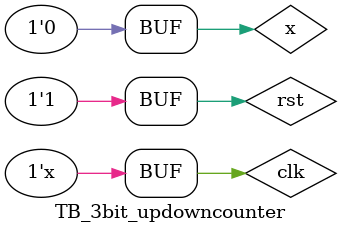
<source format=v>
`timescale 1ns / 1ps


module TB_3bit_updowncounter();

reg clk, rst;
reg x;
wire [2:0] state;

updowncounter_3bit u0(clk, rst, x, state);

initial begin
    clk <= 0;
    x <= 0;
    rst <= 1;
    #20 rst <= 0;
    #20 rst <= 1; // reset, 000
    #20 x <= 1; // 001
    #20 x <= 0;
    #20 x <= 1; // 010
    #20 x <= 0;
    #20 x <= 1; // 011
    #20 x <= 0;
    #20 x <= 1; // 100
    #20 x <= 0;
    #20 x <= 1; // 101
    #20 x <= 0;
    #20 x <= 1; // 110
    #20 x <= 0;
    #20 x <= 1; // 111
    #20 x <= 0;
    #20 x <= 1; // 110
    #20 x <= 0;
    #20 x <= 1; // 101
    #20 x <= 0;
    #20 x <= 1; // 100
    #20 x <= 0;
    #20 x <= 1; // 011
    #20 x <= 0;
    #20 x <= 1; // 010
    #20 x <= 0;
    #20 x <= 1; // 001
    #20 x <= 0;
    #20 x <= 1; // 000
    #20 x <= 0;
end

always #5 clk <= ~clk;
endmodule

</source>
